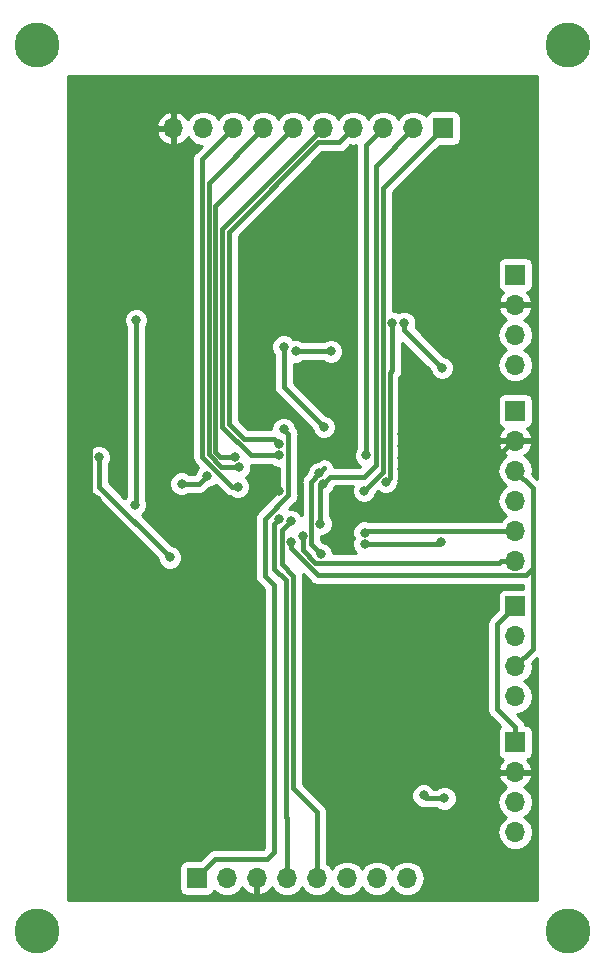
<source format=gbr>
G04 #@! TF.GenerationSoftware,KiCad,Pcbnew,(5.0.0)*
G04 #@! TF.CreationDate,2018-10-11T21:50:58+05:00*
G04 #@! TF.ProjectId,Dev Board,44657620426F6172642E6B696361645F,rev?*
G04 #@! TF.SameCoordinates,Original*
G04 #@! TF.FileFunction,Copper,L2,Bot,Signal*
G04 #@! TF.FilePolarity,Positive*
%FSLAX46Y46*%
G04 Gerber Fmt 4.6, Leading zero omitted, Abs format (unit mm)*
G04 Created by KiCad (PCBNEW (5.0.0)) date 10/11/18 21:50:58*
%MOMM*%
%LPD*%
G01*
G04 APERTURE LIST*
G04 #@! TA.AperFunction,ComponentPad*
%ADD10C,3.800000*%
G04 #@! TD*
G04 #@! TA.AperFunction,ComponentPad*
%ADD11R,1.700000X1.700000*%
G04 #@! TD*
G04 #@! TA.AperFunction,ComponentPad*
%ADD12O,1.700000X1.700000*%
G04 #@! TD*
G04 #@! TA.AperFunction,ViaPad*
%ADD13C,0.800000*%
G04 #@! TD*
G04 #@! TA.AperFunction,Conductor*
%ADD14C,0.457200*%
G04 #@! TD*
G04 #@! TA.AperFunction,Conductor*
%ADD15C,0.406400*%
G04 #@! TD*
G04 #@! TA.AperFunction,Conductor*
%ADD16C,0.254000*%
G04 #@! TD*
G04 APERTURE END LIST*
D10*
G04 #@! TO.P,,1*
G04 #@! TO.N,N/C*
X174500000Y-149900000D03*
G04 #@! TD*
G04 #@! TO.P,,1*
G04 #@! TO.N,N/C*
X174500000Y-74900000D03*
G04 #@! TD*
G04 #@! TO.P,,1*
G04 #@! TO.N,N/C*
X129500000Y-74900000D03*
G04 #@! TD*
G04 #@! TO.P,,1*
G04 #@! TO.N,N/C*
X129500000Y-149900000D03*
G04 #@! TD*
D11*
G04 #@! TO.P,J1,1*
G04 #@! TO.N,/~MCLR~*
X143050000Y-145400000D03*
D12*
G04 #@! TO.P,J1,2*
G04 #@! TO.N,VCC*
X145590000Y-145400000D03*
G04 #@! TO.P,J1,3*
G04 #@! TO.N,GND*
X148130000Y-145400000D03*
G04 #@! TO.P,J1,4*
G04 #@! TO.N,/PGD*
X150670000Y-145400000D03*
G04 #@! TO.P,J1,5*
G04 #@! TO.N,/PGC*
X153210000Y-145400000D03*
G04 #@! TO.P,J1,6*
G04 #@! TO.N,Net-(J1-Pad6)*
X155750000Y-145400000D03*
G04 #@! TO.P,J1,7*
G04 #@! TO.N,Net-(J1-Pad7)*
X158290000Y-145400000D03*
G04 #@! TO.P,J1,8*
G04 #@! TO.N,Net-(J1-Pad8)*
X160830000Y-145400000D03*
G04 #@! TD*
G04 #@! TO.P,J2,4*
G04 #@! TO.N,/SDA_SDI*
X170000000Y-130020000D03*
G04 #@! TO.P,J2,3*
G04 #@! TO.N,/SCL_SCK*
X170000000Y-127480000D03*
G04 #@! TO.P,J2,2*
G04 #@! TO.N,GND*
X170000000Y-124940000D03*
D11*
G04 #@! TO.P,J2,1*
G04 #@! TO.N,VCC*
X170000000Y-122400000D03*
G04 #@! TD*
G04 #@! TO.P,J3,1*
G04 #@! TO.N,VCC*
X170000000Y-133900000D03*
D12*
G04 #@! TO.P,J3,2*
G04 #@! TO.N,GND*
X170000000Y-136440000D03*
G04 #@! TO.P,J3,3*
G04 #@! TO.N,/TX1*
X170000000Y-138980000D03*
G04 #@! TO.P,J3,4*
G04 #@! TO.N,/RX1*
X170000000Y-141520000D03*
G04 #@! TD*
D11*
G04 #@! TO.P,J4,1*
G04 #@! TO.N,VCC*
X170000000Y-105820000D03*
D12*
G04 #@! TO.P,J4,2*
G04 #@! TO.N,GND*
X170000000Y-108360000D03*
G04 #@! TO.P,J4,3*
G04 #@! TO.N,/SCL_SCK*
X170000000Y-110900000D03*
G04 #@! TO.P,J4,4*
G04 #@! TO.N,/SDA_SDI*
X170000000Y-113440000D03*
G04 #@! TO.P,J4,5*
G04 #@! TO.N,/SDO*
X170000000Y-115980000D03*
G04 #@! TO.P,J4,6*
G04 #@! TO.N,/~SS~*
X170000000Y-118520000D03*
G04 #@! TD*
D11*
G04 #@! TO.P,J5,1*
G04 #@! TO.N,+12V*
X170000000Y-94320000D03*
D12*
G04 #@! TO.P,J5,2*
G04 #@! TO.N,GND*
X170000000Y-96860000D03*
G04 #@! TO.P,J5,3*
G04 #@! TO.N,/CAN_H*
X170000000Y-99400000D03*
G04 #@! TO.P,J5,4*
G04 #@! TO.N,/CAN_L*
X170000000Y-101940000D03*
G04 #@! TD*
D11*
G04 #@! TO.P,J6,1*
G04 #@! TO.N,/LED_RB0*
X163910000Y-81900000D03*
D12*
G04 #@! TO.P,J6,2*
G04 #@! TO.N,/LED_RB1*
X161370000Y-81900000D03*
G04 #@! TO.P,J6,3*
G04 #@! TO.N,/LED_RB4*
X158830000Y-81900000D03*
G04 #@! TO.P,J6,4*
G04 #@! TO.N,/AN0*
X156290000Y-81900000D03*
G04 #@! TO.P,J6,5*
G04 #@! TO.N,/AN1*
X153750000Y-81900000D03*
G04 #@! TO.P,J6,6*
G04 #@! TO.N,/AN2*
X151210000Y-81900000D03*
G04 #@! TO.P,J6,7*
G04 #@! TO.N,/AN3*
X148670000Y-81900000D03*
G04 #@! TO.P,J6,8*
G04 #@! TO.N,/AN4*
X146130000Y-81900000D03*
G04 #@! TO.P,J6,9*
G04 #@! TO.N,VCC*
X143590000Y-81900000D03*
G04 #@! TO.P,J6,10*
G04 #@! TO.N,GND*
X141050000Y-81900000D03*
G04 #@! TD*
D13*
G04 #@! TO.N,VCC*
X137900000Y-98150000D03*
X137800000Y-113800000D03*
X160600000Y-98400000D03*
X163800000Y-102200000D03*
G04 #@! TO.N,GND*
X134600000Y-107200000D03*
X134600000Y-113400000D03*
X163600000Y-114600000D03*
X132600000Y-102400000D03*
X134000000Y-102400000D03*
X139200000Y-102600000D03*
X147400000Y-96800000D03*
X150200000Y-89600000D03*
X150000000Y-112600000D03*
X163400000Y-100200000D03*
X164400000Y-100200000D03*
X167000000Y-100200000D03*
X168000000Y-100200000D03*
X162000000Y-98600000D03*
X163000000Y-98600000D03*
X164000000Y-98600000D03*
X162400000Y-111800000D03*
X161400000Y-111800000D03*
X160400000Y-111800000D03*
X160400000Y-109800000D03*
X160400000Y-110800000D03*
X161400000Y-109800000D03*
X162400000Y-109800000D03*
X161400000Y-110800000D03*
X162400000Y-110800000D03*
X162400000Y-107800000D03*
X161400000Y-108800000D03*
X162400000Y-108800000D03*
X161400000Y-107800000D03*
X160400000Y-108800000D03*
X160400000Y-107800000D03*
X142200000Y-85600000D03*
X163400000Y-107800000D03*
X164400000Y-107800000D03*
X165400000Y-107800000D03*
X163400000Y-108800000D03*
X164400000Y-108800000D03*
X165400000Y-108800000D03*
X163400000Y-109800000D03*
X164400000Y-109800000D03*
X163400000Y-110800000D03*
X166400000Y-107800000D03*
X166400000Y-106800000D03*
X165400000Y-106800000D03*
X164400000Y-106800000D03*
X167000000Y-102400000D03*
X168000000Y-102400000D03*
G04 #@! TO.N,/OSC2*
X140750000Y-118250000D03*
X134750000Y-109750000D03*
G04 #@! TO.N,/LED_RB0*
X157200000Y-112600000D03*
G04 #@! TO.N,/LED_RB1*
X153505600Y-115400000D03*
X153704998Y-112002136D03*
G04 #@! TO.N,/LED_RB4*
X153554428Y-117954428D03*
X153421055Y-111093045D03*
X157400000Y-109600000D03*
G04 #@! TO.N,/~MCLR~*
X150400000Y-107400000D03*
G04 #@! TO.N,/PGD*
X150000000Y-115000000D03*
G04 #@! TO.N,/PGC*
X151000000Y-115200000D03*
G04 #@! TO.N,/SDA_SDI*
X157250000Y-117102403D03*
X163750000Y-116900000D03*
G04 #@! TO.N,/SCL_SCK*
X151000000Y-116900000D03*
G04 #@! TO.N,/TX1*
X164000000Y-138650000D03*
X162238799Y-138400000D03*
G04 #@! TO.N,/SDO*
X157250000Y-116150000D03*
G04 #@! TO.N,/~SS~*
X151994400Y-116400000D03*
G04 #@! TO.N,Net-(R1-Pad1)*
X151400000Y-100800000D03*
X154400000Y-100800000D03*
G04 #@! TO.N,/CAN_TXD*
X159034290Y-111834290D03*
X159600000Y-98400000D03*
G04 #@! TO.N,/CAN_RXD*
X153800000Y-107200000D03*
X150400000Y-100400000D03*
G04 #@! TO.N,Net-(C13-Pad1)*
X141750000Y-112000000D03*
X143909290Y-111340710D03*
G04 #@! TO.N,/AN0*
X150000000Y-108647597D03*
G04 #@! TO.N,/AN1*
X150000000Y-109600000D03*
G04 #@! TO.N,/AN2*
X146279419Y-109702422D03*
G04 #@! TO.N,/AN3*
X146637092Y-110585110D03*
G04 #@! TO.N,/AN4*
X146500000Y-112250000D03*
G04 #@! TD*
D14*
G04 #@! TO.N,VCC*
X170000000Y-132592800D02*
X168500000Y-131092800D01*
X170000000Y-133900000D02*
X170000000Y-132592800D01*
X168500000Y-131092800D02*
X168500000Y-123900000D01*
X168500000Y-123900000D02*
X170000000Y-122400000D01*
X137900000Y-98150000D02*
X137900000Y-113700000D01*
X137900000Y-113700000D02*
X137800000Y-113800000D01*
X160600000Y-98400000D02*
X160600000Y-99000000D01*
X160600000Y-99000000D02*
X163800000Y-102200000D01*
G04 #@! TO.N,GND*
X142200000Y-85600000D02*
X141600000Y-85600000D01*
X141050000Y-85050000D02*
X141050000Y-81900000D01*
X141600000Y-85600000D02*
X141050000Y-85050000D01*
X133968999Y-112768999D02*
X134600000Y-113400000D01*
X134600000Y-107200000D02*
X133968999Y-107831001D01*
X133968999Y-107831001D02*
X133968999Y-112768999D01*
X169840000Y-108360000D02*
X170000000Y-108360000D01*
X163600000Y-114600000D02*
X169840000Y-108360000D01*
X147400000Y-96800000D02*
X150200000Y-94000000D01*
X150200000Y-94000000D02*
X150200000Y-89600000D01*
D15*
G04 #@! TO.N,/OSC2*
X140750000Y-118250000D02*
X134750000Y-112250000D01*
X134750000Y-112250000D02*
X134750000Y-109750000D01*
G04 #@! TO.N,/LED_RB0*
X157200000Y-112600000D02*
X158800000Y-111000000D01*
X158800000Y-111000000D02*
X158800000Y-94800000D01*
X158800000Y-94800000D02*
X158800000Y-94600000D01*
X162694399Y-83105601D02*
X158800000Y-87000000D01*
X162704399Y-83105601D02*
X162694399Y-83105601D01*
X163910000Y-81900000D02*
X162704399Y-83105601D01*
X158800000Y-94600000D02*
X158800000Y-87000000D01*
G04 #@! TO.N,/LED_RB1*
X153505600Y-114834315D02*
X153500000Y-114828715D01*
X153505600Y-115400000D02*
X153505600Y-114834315D01*
X153500000Y-114828715D02*
X153500000Y-112400000D01*
X153500000Y-112400000D02*
X153500000Y-112207134D01*
X153500000Y-112207134D02*
X153704998Y-112002136D01*
X154307134Y-111400000D02*
X153704998Y-112002136D01*
X157200000Y-111400000D02*
X154307134Y-111400000D01*
X158200000Y-110400000D02*
X157200000Y-111400000D01*
X161370000Y-81900000D02*
X158200000Y-85070000D01*
X158200000Y-85070000D02*
X158200000Y-110400000D01*
G04 #@! TO.N,/LED_RB4*
X153554428Y-117954428D02*
X152750000Y-117150000D01*
X152750000Y-117150000D02*
X152750000Y-111838844D01*
X153438844Y-111110834D02*
X153421055Y-111093045D01*
X153438844Y-111150000D02*
X153438844Y-111110834D01*
X152750000Y-111838844D02*
X153421055Y-111093045D01*
X157400000Y-83330000D02*
X158830000Y-81900000D01*
X153421055Y-111093045D02*
X153821054Y-110693046D01*
X157400000Y-109600000D02*
X157400000Y-83330000D01*
G04 #@! TO.N,/~MCLR~*
X143050000Y-145400000D02*
X143050000Y-145350000D01*
X143050000Y-145350000D02*
X144200000Y-144200000D01*
X144600000Y-143800000D02*
X149000000Y-143800000D01*
X144200000Y-144200000D02*
X144600000Y-143800000D01*
X149000000Y-143800000D02*
X149600000Y-143200000D01*
X149600000Y-143200000D02*
X149600000Y-120600000D01*
X149600000Y-120600000D02*
X149000000Y-120000000D01*
X149000000Y-120000000D02*
X148800000Y-119800000D01*
X148800000Y-119800000D02*
X148800000Y-118800000D01*
X148800000Y-118800000D02*
X148800000Y-115000000D01*
X148800000Y-115000000D02*
X150800000Y-113000000D01*
X150800000Y-113000000D02*
X150800000Y-111400000D01*
X150800000Y-111400000D02*
X150800000Y-108400000D01*
X150800000Y-108400000D02*
X150800000Y-108329307D01*
X150800000Y-108329307D02*
X150800000Y-107800000D01*
X150800000Y-107800000D02*
X150400000Y-107400000D01*
G04 #@! TO.N,/PGD*
X149600001Y-115399999D02*
X150000000Y-115000000D01*
X149600000Y-119200000D02*
X149600001Y-115399999D01*
X150600000Y-120200000D02*
X149600000Y-119200000D01*
X150600000Y-140200000D02*
X150600000Y-134600000D01*
X150670000Y-145400000D02*
X150670000Y-140270000D01*
X150670000Y-140270000D02*
X150600000Y-140200000D01*
X150600000Y-134600000D02*
X150600000Y-131800000D01*
X150600000Y-131800000D02*
X150600000Y-120200000D01*
G04 #@! TO.N,/PGC*
X153210000Y-139810000D02*
X153210000Y-145400000D01*
X151200000Y-137800000D02*
X153210000Y-139810000D01*
X151200000Y-119800000D02*
X151200000Y-137800000D01*
X150244399Y-118844399D02*
X151200000Y-119800000D01*
X151000000Y-115200000D02*
X150244399Y-115955601D01*
X150244399Y-115955601D02*
X150244399Y-118844399D01*
G04 #@! TO.N,/SDA_SDI*
X157250000Y-117102403D02*
X163547597Y-117102403D01*
X163547597Y-117102403D02*
X163750000Y-116900000D01*
G04 #@! TO.N,/SCL_SCK*
X171500000Y-112400000D02*
X170000000Y-110900000D01*
X171500000Y-119150000D02*
X171500000Y-112400000D01*
X170924399Y-119725601D02*
X171500000Y-119150000D01*
X153285325Y-119725601D02*
X170924399Y-119725601D01*
X151000000Y-116900000D02*
X151000000Y-117440276D01*
X151000000Y-117440276D02*
X153285325Y-119725601D01*
X171500000Y-119150000D02*
X171500000Y-125980000D01*
X171500000Y-125980000D02*
X170000000Y-127480000D01*
G04 #@! TO.N,/TX1*
X164000000Y-138650000D02*
X162488799Y-138650000D01*
X162488799Y-138650000D02*
X162238799Y-138400000D01*
G04 #@! TO.N,/SDO*
X170000000Y-115980000D02*
X157420000Y-115980000D01*
X157420000Y-115980000D02*
X157250000Y-116150000D01*
G04 #@! TO.N,/~SS~*
X168607890Y-118710029D02*
X153060029Y-118710029D01*
X170000000Y-118520000D02*
X168797919Y-118520000D01*
X168797919Y-118520000D02*
X168607890Y-118710029D01*
X153060029Y-118710029D02*
X151994400Y-117644400D01*
X151994400Y-117644400D02*
X151994400Y-116400000D01*
G04 #@! TO.N,Net-(R1-Pad1)*
X151400000Y-100800000D02*
X154400000Y-100800000D01*
G04 #@! TO.N,/CAN_TXD*
X159358810Y-102641190D02*
X159358810Y-111509770D01*
X159358810Y-111509770D02*
X159034290Y-111834290D01*
X159600000Y-102400000D02*
X159358810Y-102641190D01*
X159600000Y-98400000D02*
X159600000Y-102400000D01*
G04 #@! TO.N,/CAN_RXD*
X153800000Y-107200000D02*
X150400000Y-103800000D01*
X150400000Y-103800000D02*
X150400000Y-100400000D01*
G04 #@! TO.N,Net-(C13-Pad1)*
X141750000Y-112000000D02*
X143250000Y-112000000D01*
X143250000Y-112000000D02*
X143909290Y-111340710D01*
G04 #@! TO.N,/AN0*
X147047598Y-108247598D02*
X145735240Y-106935240D01*
X150000000Y-108647597D02*
X149600001Y-108247598D01*
X149600001Y-108247598D02*
X147047598Y-108247598D01*
X145735240Y-106935240D02*
X145735240Y-90705036D01*
X155440001Y-82749999D02*
X156290000Y-81900000D01*
X155084399Y-83105601D02*
X155440001Y-82749999D01*
X153334675Y-83105601D02*
X155084399Y-83105601D01*
X145735240Y-90705036D02*
X153334675Y-83105601D01*
G04 #@! TO.N,/AN1*
X150000000Y-109600000D02*
X147600000Y-109600000D01*
X145176430Y-90473570D02*
X145176430Y-90600000D01*
X153750000Y-81900000D02*
X145176430Y-90473570D01*
X145176430Y-107176430D02*
X145176430Y-107000000D01*
X147600000Y-109600000D02*
X145176430Y-107176430D01*
X145176430Y-107000000D02*
X145176430Y-90600000D01*
G04 #@! TO.N,/AN2*
X151210000Y-81900000D02*
X144617620Y-88492380D01*
X144617620Y-88492380D02*
X144617620Y-109287068D01*
X144617620Y-109287068D02*
X145032974Y-109702422D01*
X145032974Y-109702422D02*
X146279419Y-109702422D01*
G04 #@! TO.N,/AN3*
X146637092Y-110585110D02*
X145125386Y-110585110D01*
X145125386Y-110585110D02*
X144058810Y-109518534D01*
X144058810Y-86511190D02*
X144058810Y-86800000D01*
X148670000Y-81900000D02*
X144058810Y-86511190D01*
X144058810Y-109518534D02*
X144058810Y-86800000D01*
G04 #@! TO.N,/AN4*
X146130000Y-81900000D02*
X143500000Y-84530000D01*
X143500000Y-84530000D02*
X143500000Y-109750000D01*
X143500000Y-109750000D02*
X146000000Y-112250000D01*
X146000000Y-112250000D02*
X146500000Y-112250000D01*
G04 #@! TD*
D16*
G04 #@! TO.N,GND*
G36*
X171873000Y-111587606D02*
X171459558Y-111174164D01*
X171514092Y-110900000D01*
X171398839Y-110320582D01*
X171070625Y-109829375D01*
X170751522Y-109616157D01*
X170881358Y-109555183D01*
X171271645Y-109126924D01*
X171441476Y-108716890D01*
X171320155Y-108487000D01*
X170127000Y-108487000D01*
X170127000Y-108507000D01*
X169873000Y-108507000D01*
X169873000Y-108487000D01*
X168679845Y-108487000D01*
X168558524Y-108716890D01*
X168728355Y-109126924D01*
X169118642Y-109555183D01*
X169248478Y-109616157D01*
X168929375Y-109829375D01*
X168601161Y-110320582D01*
X168485908Y-110900000D01*
X168601161Y-111479418D01*
X168929375Y-111970625D01*
X169227761Y-112170000D01*
X168929375Y-112369375D01*
X168601161Y-112860582D01*
X168485908Y-113440000D01*
X168601161Y-114019418D01*
X168929375Y-114510625D01*
X169227761Y-114710000D01*
X168929375Y-114909375D01*
X168774074Y-115141800D01*
X157520575Y-115141800D01*
X157455874Y-115115000D01*
X157044126Y-115115000D01*
X156663720Y-115272569D01*
X156372569Y-115563720D01*
X156215000Y-115944126D01*
X156215000Y-116355874D01*
X156326973Y-116626201D01*
X156215000Y-116896529D01*
X156215000Y-117308277D01*
X156372569Y-117688683D01*
X156555715Y-117871829D01*
X154589428Y-117871829D01*
X154589428Y-117748554D01*
X154431859Y-117368148D01*
X154140708Y-117076997D01*
X153760302Y-116919428D01*
X153704821Y-116919428D01*
X153588200Y-116802807D01*
X153588200Y-116435000D01*
X153711474Y-116435000D01*
X154091880Y-116277431D01*
X154383031Y-115986280D01*
X154540600Y-115605874D01*
X154540600Y-115194126D01*
X154383031Y-114813720D01*
X154349442Y-114780131D01*
X154343800Y-114751765D01*
X154343800Y-114751761D01*
X154338200Y-114723608D01*
X154338200Y-112832645D01*
X154582429Y-112588416D01*
X154727493Y-112238200D01*
X156229587Y-112238200D01*
X156165000Y-112394126D01*
X156165000Y-112805874D01*
X156322569Y-113186280D01*
X156613720Y-113477431D01*
X156994126Y-113635000D01*
X157405874Y-113635000D01*
X157786280Y-113477431D01*
X158077431Y-113186280D01*
X158235000Y-112805874D01*
X158235000Y-112750393D01*
X158360841Y-112624552D01*
X158448010Y-112711721D01*
X158828416Y-112869290D01*
X159240164Y-112869290D01*
X159620570Y-112711721D01*
X159911721Y-112420570D01*
X160069290Y-112040164D01*
X160069290Y-111955181D01*
X160148377Y-111836819D01*
X160197010Y-111592324D01*
X160197010Y-111592320D01*
X160213430Y-111509770D01*
X160197010Y-111427220D01*
X160197010Y-104970000D01*
X168502560Y-104970000D01*
X168502560Y-106670000D01*
X168551843Y-106917765D01*
X168692191Y-107127809D01*
X168902235Y-107268157D01*
X169005708Y-107288739D01*
X168728355Y-107593076D01*
X168558524Y-108003110D01*
X168679845Y-108233000D01*
X169873000Y-108233000D01*
X169873000Y-108213000D01*
X170127000Y-108213000D01*
X170127000Y-108233000D01*
X171320155Y-108233000D01*
X171441476Y-108003110D01*
X171271645Y-107593076D01*
X170994292Y-107288739D01*
X171097765Y-107268157D01*
X171307809Y-107127809D01*
X171448157Y-106917765D01*
X171497440Y-106670000D01*
X171497440Y-104970000D01*
X171448157Y-104722235D01*
X171307809Y-104512191D01*
X171097765Y-104371843D01*
X170850000Y-104322560D01*
X169150000Y-104322560D01*
X168902235Y-104371843D01*
X168692191Y-104512191D01*
X168551843Y-104722235D01*
X168502560Y-104970000D01*
X160197010Y-104970000D01*
X160197010Y-103009184D01*
X160204308Y-103004308D01*
X160389567Y-102727049D01*
X160438200Y-102482554D01*
X160438200Y-102482550D01*
X160454620Y-102400001D01*
X160438200Y-102317452D01*
X160438200Y-100059513D01*
X162765000Y-102386315D01*
X162765000Y-102405874D01*
X162922569Y-102786280D01*
X163213720Y-103077431D01*
X163594126Y-103235000D01*
X164005874Y-103235000D01*
X164386280Y-103077431D01*
X164677431Y-102786280D01*
X164835000Y-102405874D01*
X164835000Y-101994126D01*
X164677431Y-101613720D01*
X164386280Y-101322569D01*
X164005874Y-101165000D01*
X163986315Y-101165000D01*
X162221314Y-99400000D01*
X168485908Y-99400000D01*
X168601161Y-99979418D01*
X168929375Y-100470625D01*
X169227761Y-100670000D01*
X168929375Y-100869375D01*
X168601161Y-101360582D01*
X168485908Y-101940000D01*
X168601161Y-102519418D01*
X168929375Y-103010625D01*
X169420582Y-103338839D01*
X169853744Y-103425000D01*
X170146256Y-103425000D01*
X170579418Y-103338839D01*
X171070625Y-103010625D01*
X171398839Y-102519418D01*
X171514092Y-101940000D01*
X171398839Y-101360582D01*
X171070625Y-100869375D01*
X170772239Y-100670000D01*
X171070625Y-100470625D01*
X171398839Y-99979418D01*
X171514092Y-99400000D01*
X171398839Y-98820582D01*
X171070625Y-98329375D01*
X170751522Y-98116157D01*
X170881358Y-98055183D01*
X171271645Y-97626924D01*
X171441476Y-97216890D01*
X171320155Y-96987000D01*
X170127000Y-96987000D01*
X170127000Y-97007000D01*
X169873000Y-97007000D01*
X169873000Y-96987000D01*
X168679845Y-96987000D01*
X168558524Y-97216890D01*
X168728355Y-97626924D01*
X169118642Y-98055183D01*
X169248478Y-98116157D01*
X168929375Y-98329375D01*
X168601161Y-98820582D01*
X168485908Y-99400000D01*
X162221314Y-99400000D01*
X161574133Y-98752820D01*
X161635000Y-98605874D01*
X161635000Y-98194126D01*
X161477431Y-97813720D01*
X161186280Y-97522569D01*
X160805874Y-97365000D01*
X160394126Y-97365000D01*
X160100000Y-97486831D01*
X159805874Y-97365000D01*
X159638200Y-97365000D01*
X159638200Y-93470000D01*
X168502560Y-93470000D01*
X168502560Y-95170000D01*
X168551843Y-95417765D01*
X168692191Y-95627809D01*
X168902235Y-95768157D01*
X169005708Y-95788739D01*
X168728355Y-96093076D01*
X168558524Y-96503110D01*
X168679845Y-96733000D01*
X169873000Y-96733000D01*
X169873000Y-96713000D01*
X170127000Y-96713000D01*
X170127000Y-96733000D01*
X171320155Y-96733000D01*
X171441476Y-96503110D01*
X171271645Y-96093076D01*
X170994292Y-95788739D01*
X171097765Y-95768157D01*
X171307809Y-95627809D01*
X171448157Y-95417765D01*
X171497440Y-95170000D01*
X171497440Y-93470000D01*
X171448157Y-93222235D01*
X171307809Y-93012191D01*
X171097765Y-92871843D01*
X170850000Y-92822560D01*
X169150000Y-92822560D01*
X168902235Y-92871843D01*
X168692191Y-93012191D01*
X168551843Y-93222235D01*
X168502560Y-93470000D01*
X159638200Y-93470000D01*
X159638200Y-87347193D01*
X163208586Y-83776808D01*
X163308707Y-83709909D01*
X163355471Y-83639922D01*
X163597953Y-83397440D01*
X164760000Y-83397440D01*
X165007765Y-83348157D01*
X165217809Y-83207809D01*
X165358157Y-82997765D01*
X165407440Y-82750000D01*
X165407440Y-81050000D01*
X165358157Y-80802235D01*
X165217809Y-80592191D01*
X165007765Y-80451843D01*
X164760000Y-80402560D01*
X163060000Y-80402560D01*
X162812235Y-80451843D01*
X162602191Y-80592191D01*
X162461843Y-80802235D01*
X162452816Y-80847619D01*
X162440625Y-80829375D01*
X161949418Y-80501161D01*
X161516256Y-80415000D01*
X161223744Y-80415000D01*
X160790582Y-80501161D01*
X160299375Y-80829375D01*
X160100000Y-81127761D01*
X159900625Y-80829375D01*
X159409418Y-80501161D01*
X158976256Y-80415000D01*
X158683744Y-80415000D01*
X158250582Y-80501161D01*
X157759375Y-80829375D01*
X157560000Y-81127761D01*
X157360625Y-80829375D01*
X156869418Y-80501161D01*
X156436256Y-80415000D01*
X156143744Y-80415000D01*
X155710582Y-80501161D01*
X155219375Y-80829375D01*
X155020000Y-81127761D01*
X154820625Y-80829375D01*
X154329418Y-80501161D01*
X153896256Y-80415000D01*
X153603744Y-80415000D01*
X153170582Y-80501161D01*
X152679375Y-80829375D01*
X152480000Y-81127761D01*
X152280625Y-80829375D01*
X151789418Y-80501161D01*
X151356256Y-80415000D01*
X151063744Y-80415000D01*
X150630582Y-80501161D01*
X150139375Y-80829375D01*
X149940000Y-81127761D01*
X149740625Y-80829375D01*
X149249418Y-80501161D01*
X148816256Y-80415000D01*
X148523744Y-80415000D01*
X148090582Y-80501161D01*
X147599375Y-80829375D01*
X147400000Y-81127761D01*
X147200625Y-80829375D01*
X146709418Y-80501161D01*
X146276256Y-80415000D01*
X145983744Y-80415000D01*
X145550582Y-80501161D01*
X145059375Y-80829375D01*
X144860000Y-81127761D01*
X144660625Y-80829375D01*
X144169418Y-80501161D01*
X143736256Y-80415000D01*
X143443744Y-80415000D01*
X143010582Y-80501161D01*
X142519375Y-80829375D01*
X142306157Y-81148478D01*
X142245183Y-81018642D01*
X141816924Y-80628355D01*
X141406890Y-80458524D01*
X141177000Y-80579845D01*
X141177000Y-81773000D01*
X141197000Y-81773000D01*
X141197000Y-82027000D01*
X141177000Y-82027000D01*
X141177000Y-83220155D01*
X141406890Y-83341476D01*
X141816924Y-83171645D01*
X142245183Y-82781358D01*
X142306157Y-82651522D01*
X142519375Y-82970625D01*
X143010582Y-83298839D01*
X143443744Y-83385000D01*
X143459607Y-83385000D01*
X142965679Y-83878928D01*
X142895692Y-83925692D01*
X142710433Y-84202952D01*
X142661800Y-84447447D01*
X142661800Y-84447451D01*
X142645380Y-84530000D01*
X142661800Y-84612549D01*
X142661801Y-109667446D01*
X142645380Y-109750000D01*
X142710434Y-110077049D01*
X142848929Y-110284322D01*
X142848931Y-110284324D01*
X142895693Y-110354308D01*
X142965677Y-110401070D01*
X143175448Y-110610841D01*
X143031859Y-110754430D01*
X142874290Y-111134836D01*
X142874290Y-111161800D01*
X142375511Y-111161800D01*
X142336280Y-111122569D01*
X141955874Y-110965000D01*
X141544126Y-110965000D01*
X141163720Y-111122569D01*
X140872569Y-111413720D01*
X140715000Y-111794126D01*
X140715000Y-112205874D01*
X140872569Y-112586280D01*
X141163720Y-112877431D01*
X141544126Y-113035000D01*
X141955874Y-113035000D01*
X142336280Y-112877431D01*
X142375511Y-112838200D01*
X143167451Y-112838200D01*
X143250000Y-112854620D01*
X143332549Y-112838200D01*
X143332554Y-112838200D01*
X143577049Y-112789567D01*
X143854308Y-112604308D01*
X143901071Y-112534322D01*
X144059683Y-112375710D01*
X144115164Y-112375710D01*
X144495570Y-112218141D01*
X144639159Y-112074552D01*
X145348930Y-112784324D01*
X145395692Y-112854308D01*
X145465676Y-112901070D01*
X145465677Y-112901071D01*
X145504556Y-112927049D01*
X145672951Y-113039567D01*
X145863823Y-113077534D01*
X145913720Y-113127431D01*
X146294126Y-113285000D01*
X146705874Y-113285000D01*
X147086280Y-113127431D01*
X147377431Y-112836280D01*
X147535000Y-112455874D01*
X147535000Y-112044126D01*
X147377431Y-111663720D01*
X147190053Y-111476342D01*
X147223372Y-111462541D01*
X147514523Y-111171390D01*
X147672092Y-110790984D01*
X147672092Y-110440280D01*
X147682550Y-110438200D01*
X149374489Y-110438200D01*
X149413720Y-110477431D01*
X149794126Y-110635000D01*
X149961800Y-110635000D01*
X149961800Y-111482553D01*
X149961801Y-111482558D01*
X149961800Y-112652806D01*
X148265677Y-114348930D01*
X148195693Y-114395692D01*
X148148931Y-114465676D01*
X148148929Y-114465678D01*
X148010434Y-114672951D01*
X147945380Y-115000000D01*
X147961801Y-115082554D01*
X147961800Y-118882553D01*
X147961801Y-118882557D01*
X147961800Y-119717450D01*
X147945380Y-119800000D01*
X147961800Y-119882549D01*
X147961800Y-119882553D01*
X148010433Y-120127048D01*
X148195692Y-120404308D01*
X148265678Y-120451071D01*
X148348929Y-120534322D01*
X148761801Y-120947195D01*
X148761800Y-142852806D01*
X148652807Y-142961800D01*
X144682548Y-142961800D01*
X144599999Y-142945380D01*
X144517450Y-142961800D01*
X144517446Y-142961800D01*
X144272951Y-143010433D01*
X143995692Y-143195692D01*
X143948929Y-143265678D01*
X143665680Y-143548927D01*
X143665677Y-143548929D01*
X143312046Y-143902560D01*
X142200000Y-143902560D01*
X141952235Y-143951843D01*
X141742191Y-144092191D01*
X141601843Y-144302235D01*
X141552560Y-144550000D01*
X141552560Y-146250000D01*
X141601843Y-146497765D01*
X141742191Y-146707809D01*
X141952235Y-146848157D01*
X142200000Y-146897440D01*
X143900000Y-146897440D01*
X144147765Y-146848157D01*
X144357809Y-146707809D01*
X144498157Y-146497765D01*
X144507184Y-146452381D01*
X144519375Y-146470625D01*
X145010582Y-146798839D01*
X145443744Y-146885000D01*
X145736256Y-146885000D01*
X146169418Y-146798839D01*
X146660625Y-146470625D01*
X146873843Y-146151522D01*
X146934817Y-146281358D01*
X147363076Y-146671645D01*
X147773110Y-146841476D01*
X148003000Y-146720155D01*
X148003000Y-145527000D01*
X147983000Y-145527000D01*
X147983000Y-145273000D01*
X148003000Y-145273000D01*
X148003000Y-145253000D01*
X148257000Y-145253000D01*
X148257000Y-145273000D01*
X148277000Y-145273000D01*
X148277000Y-145527000D01*
X148257000Y-145527000D01*
X148257000Y-146720155D01*
X148486890Y-146841476D01*
X148896924Y-146671645D01*
X149325183Y-146281358D01*
X149386157Y-146151522D01*
X149599375Y-146470625D01*
X150090582Y-146798839D01*
X150523744Y-146885000D01*
X150816256Y-146885000D01*
X151249418Y-146798839D01*
X151740625Y-146470625D01*
X151940000Y-146172239D01*
X152139375Y-146470625D01*
X152630582Y-146798839D01*
X153063744Y-146885000D01*
X153356256Y-146885000D01*
X153789418Y-146798839D01*
X154280625Y-146470625D01*
X154480000Y-146172239D01*
X154679375Y-146470625D01*
X155170582Y-146798839D01*
X155603744Y-146885000D01*
X155896256Y-146885000D01*
X156329418Y-146798839D01*
X156820625Y-146470625D01*
X157020000Y-146172239D01*
X157219375Y-146470625D01*
X157710582Y-146798839D01*
X158143744Y-146885000D01*
X158436256Y-146885000D01*
X158869418Y-146798839D01*
X159360625Y-146470625D01*
X159560000Y-146172239D01*
X159759375Y-146470625D01*
X160250582Y-146798839D01*
X160683744Y-146885000D01*
X160976256Y-146885000D01*
X161409418Y-146798839D01*
X161900625Y-146470625D01*
X162228839Y-145979418D01*
X162344092Y-145400000D01*
X162228839Y-144820582D01*
X161900625Y-144329375D01*
X161409418Y-144001161D01*
X160976256Y-143915000D01*
X160683744Y-143915000D01*
X160250582Y-144001161D01*
X159759375Y-144329375D01*
X159560000Y-144627761D01*
X159360625Y-144329375D01*
X158869418Y-144001161D01*
X158436256Y-143915000D01*
X158143744Y-143915000D01*
X157710582Y-144001161D01*
X157219375Y-144329375D01*
X157020000Y-144627761D01*
X156820625Y-144329375D01*
X156329418Y-144001161D01*
X155896256Y-143915000D01*
X155603744Y-143915000D01*
X155170582Y-144001161D01*
X154679375Y-144329375D01*
X154480000Y-144627761D01*
X154280625Y-144329375D01*
X154048200Y-144174074D01*
X154048200Y-139892548D01*
X154064620Y-139809999D01*
X154048200Y-139727450D01*
X154048200Y-139727446D01*
X153999567Y-139482951D01*
X153907645Y-139345380D01*
X153861071Y-139275677D01*
X153861070Y-139275676D01*
X153814308Y-139205692D01*
X153744325Y-139158931D01*
X152779520Y-138194126D01*
X161203799Y-138194126D01*
X161203799Y-138605874D01*
X161361368Y-138986280D01*
X161652519Y-139277431D01*
X162032925Y-139435000D01*
X162154915Y-139435000D01*
X162161750Y-139439567D01*
X162406245Y-139488200D01*
X162406249Y-139488200D01*
X162488798Y-139504620D01*
X162571347Y-139488200D01*
X163374489Y-139488200D01*
X163413720Y-139527431D01*
X163794126Y-139685000D01*
X164205874Y-139685000D01*
X164586280Y-139527431D01*
X164877431Y-139236280D01*
X164983585Y-138980000D01*
X168485908Y-138980000D01*
X168601161Y-139559418D01*
X168929375Y-140050625D01*
X169227761Y-140250000D01*
X168929375Y-140449375D01*
X168601161Y-140940582D01*
X168485908Y-141520000D01*
X168601161Y-142099418D01*
X168929375Y-142590625D01*
X169420582Y-142918839D01*
X169853744Y-143005000D01*
X170146256Y-143005000D01*
X170579418Y-142918839D01*
X171070625Y-142590625D01*
X171398839Y-142099418D01*
X171514092Y-141520000D01*
X171398839Y-140940582D01*
X171070625Y-140449375D01*
X170772239Y-140250000D01*
X171070625Y-140050625D01*
X171398839Y-139559418D01*
X171514092Y-138980000D01*
X171398839Y-138400582D01*
X171070625Y-137909375D01*
X170751522Y-137696157D01*
X170881358Y-137635183D01*
X171271645Y-137206924D01*
X171441476Y-136796890D01*
X171320155Y-136567000D01*
X170127000Y-136567000D01*
X170127000Y-136587000D01*
X169873000Y-136587000D01*
X169873000Y-136567000D01*
X168679845Y-136567000D01*
X168558524Y-136796890D01*
X168728355Y-137206924D01*
X169118642Y-137635183D01*
X169248478Y-137696157D01*
X168929375Y-137909375D01*
X168601161Y-138400582D01*
X168485908Y-138980000D01*
X164983585Y-138980000D01*
X165035000Y-138855874D01*
X165035000Y-138444126D01*
X164877431Y-138063720D01*
X164586280Y-137772569D01*
X164205874Y-137615000D01*
X163794126Y-137615000D01*
X163413720Y-137772569D01*
X163374489Y-137811800D01*
X163114310Y-137811800D01*
X162825079Y-137522569D01*
X162444673Y-137365000D01*
X162032925Y-137365000D01*
X161652519Y-137522569D01*
X161361368Y-137813720D01*
X161203799Y-138194126D01*
X152779520Y-138194126D01*
X152038200Y-137452807D01*
X152038200Y-119882549D01*
X152054620Y-119800000D01*
X152038200Y-119717451D01*
X152038200Y-119717446D01*
X152024897Y-119650567D01*
X152634255Y-120259925D01*
X152681017Y-120329909D01*
X152751001Y-120376671D01*
X152751002Y-120376672D01*
X152958275Y-120515168D01*
X152969728Y-120517446D01*
X153202771Y-120563801D01*
X153202774Y-120563801D01*
X153285325Y-120580221D01*
X153367875Y-120563801D01*
X170661800Y-120563801D01*
X170661800Y-120902560D01*
X169150000Y-120902560D01*
X168902235Y-120951843D01*
X168692191Y-121092191D01*
X168551843Y-121302235D01*
X168502560Y-121550000D01*
X168502560Y-122676126D01*
X167949486Y-123229200D01*
X167877381Y-123277380D01*
X167829202Y-123349485D01*
X167686507Y-123563041D01*
X167619483Y-123900000D01*
X167636401Y-123985054D01*
X167636400Y-131007751D01*
X167619483Y-131092800D01*
X167636400Y-131177849D01*
X167636400Y-131177852D01*
X167686507Y-131429759D01*
X167877380Y-131715420D01*
X167949488Y-131763602D01*
X168743676Y-132557790D01*
X168692191Y-132592191D01*
X168551843Y-132802235D01*
X168502560Y-133050000D01*
X168502560Y-134750000D01*
X168551843Y-134997765D01*
X168692191Y-135207809D01*
X168902235Y-135348157D01*
X169005708Y-135368739D01*
X168728355Y-135673076D01*
X168558524Y-136083110D01*
X168679845Y-136313000D01*
X169873000Y-136313000D01*
X169873000Y-136293000D01*
X170127000Y-136293000D01*
X170127000Y-136313000D01*
X171320155Y-136313000D01*
X171441476Y-136083110D01*
X171271645Y-135673076D01*
X170994292Y-135368739D01*
X171097765Y-135348157D01*
X171307809Y-135207809D01*
X171448157Y-134997765D01*
X171497440Y-134750000D01*
X171497440Y-133050000D01*
X171448157Y-132802235D01*
X171307809Y-132592191D01*
X171097765Y-132451843D01*
X170850000Y-132402560D01*
X170842677Y-132402560D01*
X170813493Y-132255840D01*
X170622620Y-131970180D01*
X170550517Y-131922002D01*
X170133514Y-131505000D01*
X170146256Y-131505000D01*
X170579418Y-131418839D01*
X171070625Y-131090625D01*
X171398839Y-130599418D01*
X171514092Y-130020000D01*
X171398839Y-129440582D01*
X171070625Y-128949375D01*
X170772239Y-128750000D01*
X171070625Y-128550625D01*
X171398839Y-128059418D01*
X171514092Y-127480000D01*
X171459558Y-127205836D01*
X171873000Y-126792394D01*
X171873000Y-147273000D01*
X132127000Y-147273000D01*
X132127000Y-109544126D01*
X133715000Y-109544126D01*
X133715000Y-109955874D01*
X133872569Y-110336280D01*
X133911801Y-110375512D01*
X133911800Y-112167451D01*
X133895380Y-112250000D01*
X133911800Y-112332549D01*
X133911800Y-112332553D01*
X133960433Y-112577048D01*
X134145692Y-112854308D01*
X134215678Y-112901071D01*
X139715000Y-118400394D01*
X139715000Y-118455874D01*
X139872569Y-118836280D01*
X140163720Y-119127431D01*
X140544126Y-119285000D01*
X140955874Y-119285000D01*
X141336280Y-119127431D01*
X141627431Y-118836280D01*
X141785000Y-118455874D01*
X141785000Y-118044126D01*
X141627431Y-117663720D01*
X141336280Y-117372569D01*
X140955874Y-117215000D01*
X140900394Y-117215000D01*
X138369694Y-114684301D01*
X138386280Y-114677431D01*
X138677431Y-114386280D01*
X138835000Y-114005874D01*
X138835000Y-113594126D01*
X138763600Y-113421751D01*
X138763600Y-98750111D01*
X138777431Y-98736280D01*
X138935000Y-98355874D01*
X138935000Y-97944126D01*
X138777431Y-97563720D01*
X138486280Y-97272569D01*
X138105874Y-97115000D01*
X137694126Y-97115000D01*
X137313720Y-97272569D01*
X137022569Y-97563720D01*
X136865000Y-97944126D01*
X136865000Y-98355874D01*
X137022569Y-98736280D01*
X137036400Y-98750111D01*
X137036401Y-113099888D01*
X136922569Y-113213720D01*
X136915699Y-113230306D01*
X135588200Y-111902807D01*
X135588200Y-110375511D01*
X135627431Y-110336280D01*
X135785000Y-109955874D01*
X135785000Y-109544126D01*
X135627431Y-109163720D01*
X135336280Y-108872569D01*
X134955874Y-108715000D01*
X134544126Y-108715000D01*
X134163720Y-108872569D01*
X133872569Y-109163720D01*
X133715000Y-109544126D01*
X132127000Y-109544126D01*
X132127000Y-82256892D01*
X139608514Y-82256892D01*
X139854817Y-82781358D01*
X140283076Y-83171645D01*
X140693110Y-83341476D01*
X140923000Y-83220155D01*
X140923000Y-82027000D01*
X139729181Y-82027000D01*
X139608514Y-82256892D01*
X132127000Y-82256892D01*
X132127000Y-81543108D01*
X139608514Y-81543108D01*
X139729181Y-81773000D01*
X140923000Y-81773000D01*
X140923000Y-80579845D01*
X140693110Y-80458524D01*
X140283076Y-80628355D01*
X139854817Y-81018642D01*
X139608514Y-81543108D01*
X132127000Y-81543108D01*
X132127000Y-77527000D01*
X171873000Y-77527000D01*
X171873000Y-111587606D01*
X171873000Y-111587606D01*
G37*
X171873000Y-111587606D02*
X171459558Y-111174164D01*
X171514092Y-110900000D01*
X171398839Y-110320582D01*
X171070625Y-109829375D01*
X170751522Y-109616157D01*
X170881358Y-109555183D01*
X171271645Y-109126924D01*
X171441476Y-108716890D01*
X171320155Y-108487000D01*
X170127000Y-108487000D01*
X170127000Y-108507000D01*
X169873000Y-108507000D01*
X169873000Y-108487000D01*
X168679845Y-108487000D01*
X168558524Y-108716890D01*
X168728355Y-109126924D01*
X169118642Y-109555183D01*
X169248478Y-109616157D01*
X168929375Y-109829375D01*
X168601161Y-110320582D01*
X168485908Y-110900000D01*
X168601161Y-111479418D01*
X168929375Y-111970625D01*
X169227761Y-112170000D01*
X168929375Y-112369375D01*
X168601161Y-112860582D01*
X168485908Y-113440000D01*
X168601161Y-114019418D01*
X168929375Y-114510625D01*
X169227761Y-114710000D01*
X168929375Y-114909375D01*
X168774074Y-115141800D01*
X157520575Y-115141800D01*
X157455874Y-115115000D01*
X157044126Y-115115000D01*
X156663720Y-115272569D01*
X156372569Y-115563720D01*
X156215000Y-115944126D01*
X156215000Y-116355874D01*
X156326973Y-116626201D01*
X156215000Y-116896529D01*
X156215000Y-117308277D01*
X156372569Y-117688683D01*
X156555715Y-117871829D01*
X154589428Y-117871829D01*
X154589428Y-117748554D01*
X154431859Y-117368148D01*
X154140708Y-117076997D01*
X153760302Y-116919428D01*
X153704821Y-116919428D01*
X153588200Y-116802807D01*
X153588200Y-116435000D01*
X153711474Y-116435000D01*
X154091880Y-116277431D01*
X154383031Y-115986280D01*
X154540600Y-115605874D01*
X154540600Y-115194126D01*
X154383031Y-114813720D01*
X154349442Y-114780131D01*
X154343800Y-114751765D01*
X154343800Y-114751761D01*
X154338200Y-114723608D01*
X154338200Y-112832645D01*
X154582429Y-112588416D01*
X154727493Y-112238200D01*
X156229587Y-112238200D01*
X156165000Y-112394126D01*
X156165000Y-112805874D01*
X156322569Y-113186280D01*
X156613720Y-113477431D01*
X156994126Y-113635000D01*
X157405874Y-113635000D01*
X157786280Y-113477431D01*
X158077431Y-113186280D01*
X158235000Y-112805874D01*
X158235000Y-112750393D01*
X158360841Y-112624552D01*
X158448010Y-112711721D01*
X158828416Y-112869290D01*
X159240164Y-112869290D01*
X159620570Y-112711721D01*
X159911721Y-112420570D01*
X160069290Y-112040164D01*
X160069290Y-111955181D01*
X160148377Y-111836819D01*
X160197010Y-111592324D01*
X160197010Y-111592320D01*
X160213430Y-111509770D01*
X160197010Y-111427220D01*
X160197010Y-104970000D01*
X168502560Y-104970000D01*
X168502560Y-106670000D01*
X168551843Y-106917765D01*
X168692191Y-107127809D01*
X168902235Y-107268157D01*
X169005708Y-107288739D01*
X168728355Y-107593076D01*
X168558524Y-108003110D01*
X168679845Y-108233000D01*
X169873000Y-108233000D01*
X169873000Y-108213000D01*
X170127000Y-108213000D01*
X170127000Y-108233000D01*
X171320155Y-108233000D01*
X171441476Y-108003110D01*
X171271645Y-107593076D01*
X170994292Y-107288739D01*
X171097765Y-107268157D01*
X171307809Y-107127809D01*
X171448157Y-106917765D01*
X171497440Y-106670000D01*
X171497440Y-104970000D01*
X171448157Y-104722235D01*
X171307809Y-104512191D01*
X171097765Y-104371843D01*
X170850000Y-104322560D01*
X169150000Y-104322560D01*
X168902235Y-104371843D01*
X168692191Y-104512191D01*
X168551843Y-104722235D01*
X168502560Y-104970000D01*
X160197010Y-104970000D01*
X160197010Y-103009184D01*
X160204308Y-103004308D01*
X160389567Y-102727049D01*
X160438200Y-102482554D01*
X160438200Y-102482550D01*
X160454620Y-102400001D01*
X160438200Y-102317452D01*
X160438200Y-100059513D01*
X162765000Y-102386315D01*
X162765000Y-102405874D01*
X162922569Y-102786280D01*
X163213720Y-103077431D01*
X163594126Y-103235000D01*
X164005874Y-103235000D01*
X164386280Y-103077431D01*
X164677431Y-102786280D01*
X164835000Y-102405874D01*
X164835000Y-101994126D01*
X164677431Y-101613720D01*
X164386280Y-101322569D01*
X164005874Y-101165000D01*
X163986315Y-101165000D01*
X162221314Y-99400000D01*
X168485908Y-99400000D01*
X168601161Y-99979418D01*
X168929375Y-100470625D01*
X169227761Y-100670000D01*
X168929375Y-100869375D01*
X168601161Y-101360582D01*
X168485908Y-101940000D01*
X168601161Y-102519418D01*
X168929375Y-103010625D01*
X169420582Y-103338839D01*
X169853744Y-103425000D01*
X170146256Y-103425000D01*
X170579418Y-103338839D01*
X171070625Y-103010625D01*
X171398839Y-102519418D01*
X171514092Y-101940000D01*
X171398839Y-101360582D01*
X171070625Y-100869375D01*
X170772239Y-100670000D01*
X171070625Y-100470625D01*
X171398839Y-99979418D01*
X171514092Y-99400000D01*
X171398839Y-98820582D01*
X171070625Y-98329375D01*
X170751522Y-98116157D01*
X170881358Y-98055183D01*
X171271645Y-97626924D01*
X171441476Y-97216890D01*
X171320155Y-96987000D01*
X170127000Y-96987000D01*
X170127000Y-97007000D01*
X169873000Y-97007000D01*
X169873000Y-96987000D01*
X168679845Y-96987000D01*
X168558524Y-97216890D01*
X168728355Y-97626924D01*
X169118642Y-98055183D01*
X169248478Y-98116157D01*
X168929375Y-98329375D01*
X168601161Y-98820582D01*
X168485908Y-99400000D01*
X162221314Y-99400000D01*
X161574133Y-98752820D01*
X161635000Y-98605874D01*
X161635000Y-98194126D01*
X161477431Y-97813720D01*
X161186280Y-97522569D01*
X160805874Y-97365000D01*
X160394126Y-97365000D01*
X160100000Y-97486831D01*
X159805874Y-97365000D01*
X159638200Y-97365000D01*
X159638200Y-93470000D01*
X168502560Y-93470000D01*
X168502560Y-95170000D01*
X168551843Y-95417765D01*
X168692191Y-95627809D01*
X168902235Y-95768157D01*
X169005708Y-95788739D01*
X168728355Y-96093076D01*
X168558524Y-96503110D01*
X168679845Y-96733000D01*
X169873000Y-96733000D01*
X169873000Y-96713000D01*
X170127000Y-96713000D01*
X170127000Y-96733000D01*
X171320155Y-96733000D01*
X171441476Y-96503110D01*
X171271645Y-96093076D01*
X170994292Y-95788739D01*
X171097765Y-95768157D01*
X171307809Y-95627809D01*
X171448157Y-95417765D01*
X171497440Y-95170000D01*
X171497440Y-93470000D01*
X171448157Y-93222235D01*
X171307809Y-93012191D01*
X171097765Y-92871843D01*
X170850000Y-92822560D01*
X169150000Y-92822560D01*
X168902235Y-92871843D01*
X168692191Y-93012191D01*
X168551843Y-93222235D01*
X168502560Y-93470000D01*
X159638200Y-93470000D01*
X159638200Y-87347193D01*
X163208586Y-83776808D01*
X163308707Y-83709909D01*
X163355471Y-83639922D01*
X163597953Y-83397440D01*
X164760000Y-83397440D01*
X165007765Y-83348157D01*
X165217809Y-83207809D01*
X165358157Y-82997765D01*
X165407440Y-82750000D01*
X165407440Y-81050000D01*
X165358157Y-80802235D01*
X165217809Y-80592191D01*
X165007765Y-80451843D01*
X164760000Y-80402560D01*
X163060000Y-80402560D01*
X162812235Y-80451843D01*
X162602191Y-80592191D01*
X162461843Y-80802235D01*
X162452816Y-80847619D01*
X162440625Y-80829375D01*
X161949418Y-80501161D01*
X161516256Y-80415000D01*
X161223744Y-80415000D01*
X160790582Y-80501161D01*
X160299375Y-80829375D01*
X160100000Y-81127761D01*
X159900625Y-80829375D01*
X159409418Y-80501161D01*
X158976256Y-80415000D01*
X158683744Y-80415000D01*
X158250582Y-80501161D01*
X157759375Y-80829375D01*
X157560000Y-81127761D01*
X157360625Y-80829375D01*
X156869418Y-80501161D01*
X156436256Y-80415000D01*
X156143744Y-80415000D01*
X155710582Y-80501161D01*
X155219375Y-80829375D01*
X155020000Y-81127761D01*
X154820625Y-80829375D01*
X154329418Y-80501161D01*
X153896256Y-80415000D01*
X153603744Y-80415000D01*
X153170582Y-80501161D01*
X152679375Y-80829375D01*
X152480000Y-81127761D01*
X152280625Y-80829375D01*
X151789418Y-80501161D01*
X151356256Y-80415000D01*
X151063744Y-80415000D01*
X150630582Y-80501161D01*
X150139375Y-80829375D01*
X149940000Y-81127761D01*
X149740625Y-80829375D01*
X149249418Y-80501161D01*
X148816256Y-80415000D01*
X148523744Y-80415000D01*
X148090582Y-80501161D01*
X147599375Y-80829375D01*
X147400000Y-81127761D01*
X147200625Y-80829375D01*
X146709418Y-80501161D01*
X146276256Y-80415000D01*
X145983744Y-80415000D01*
X145550582Y-80501161D01*
X145059375Y-80829375D01*
X144860000Y-81127761D01*
X144660625Y-80829375D01*
X144169418Y-80501161D01*
X143736256Y-80415000D01*
X143443744Y-80415000D01*
X143010582Y-80501161D01*
X142519375Y-80829375D01*
X142306157Y-81148478D01*
X142245183Y-81018642D01*
X141816924Y-80628355D01*
X141406890Y-80458524D01*
X141177000Y-80579845D01*
X141177000Y-81773000D01*
X141197000Y-81773000D01*
X141197000Y-82027000D01*
X141177000Y-82027000D01*
X141177000Y-83220155D01*
X141406890Y-83341476D01*
X141816924Y-83171645D01*
X142245183Y-82781358D01*
X142306157Y-82651522D01*
X142519375Y-82970625D01*
X143010582Y-83298839D01*
X143443744Y-83385000D01*
X143459607Y-83385000D01*
X142965679Y-83878928D01*
X142895692Y-83925692D01*
X142710433Y-84202952D01*
X142661800Y-84447447D01*
X142661800Y-84447451D01*
X142645380Y-84530000D01*
X142661800Y-84612549D01*
X142661801Y-109667446D01*
X142645380Y-109750000D01*
X142710434Y-110077049D01*
X142848929Y-110284322D01*
X142848931Y-110284324D01*
X142895693Y-110354308D01*
X142965677Y-110401070D01*
X143175448Y-110610841D01*
X143031859Y-110754430D01*
X142874290Y-111134836D01*
X142874290Y-111161800D01*
X142375511Y-111161800D01*
X142336280Y-111122569D01*
X141955874Y-110965000D01*
X141544126Y-110965000D01*
X141163720Y-111122569D01*
X140872569Y-111413720D01*
X140715000Y-111794126D01*
X140715000Y-112205874D01*
X140872569Y-112586280D01*
X141163720Y-112877431D01*
X141544126Y-113035000D01*
X141955874Y-113035000D01*
X142336280Y-112877431D01*
X142375511Y-112838200D01*
X143167451Y-112838200D01*
X143250000Y-112854620D01*
X143332549Y-112838200D01*
X143332554Y-112838200D01*
X143577049Y-112789567D01*
X143854308Y-112604308D01*
X143901071Y-112534322D01*
X144059683Y-112375710D01*
X144115164Y-112375710D01*
X144495570Y-112218141D01*
X144639159Y-112074552D01*
X145348930Y-112784324D01*
X145395692Y-112854308D01*
X145465676Y-112901070D01*
X145465677Y-112901071D01*
X145504556Y-112927049D01*
X145672951Y-113039567D01*
X145863823Y-113077534D01*
X145913720Y-113127431D01*
X146294126Y-113285000D01*
X146705874Y-113285000D01*
X147086280Y-113127431D01*
X147377431Y-112836280D01*
X147535000Y-112455874D01*
X147535000Y-112044126D01*
X147377431Y-111663720D01*
X147190053Y-111476342D01*
X147223372Y-111462541D01*
X147514523Y-111171390D01*
X147672092Y-110790984D01*
X147672092Y-110440280D01*
X147682550Y-110438200D01*
X149374489Y-110438200D01*
X149413720Y-110477431D01*
X149794126Y-110635000D01*
X149961800Y-110635000D01*
X149961800Y-111482553D01*
X149961801Y-111482558D01*
X149961800Y-112652806D01*
X148265677Y-114348930D01*
X148195693Y-114395692D01*
X148148931Y-114465676D01*
X148148929Y-114465678D01*
X148010434Y-114672951D01*
X147945380Y-115000000D01*
X147961801Y-115082554D01*
X147961800Y-118882553D01*
X147961801Y-118882557D01*
X147961800Y-119717450D01*
X147945380Y-119800000D01*
X147961800Y-119882549D01*
X147961800Y-119882553D01*
X148010433Y-120127048D01*
X148195692Y-120404308D01*
X148265678Y-120451071D01*
X148348929Y-120534322D01*
X148761801Y-120947195D01*
X148761800Y-142852806D01*
X148652807Y-142961800D01*
X144682548Y-142961800D01*
X144599999Y-142945380D01*
X144517450Y-142961800D01*
X144517446Y-142961800D01*
X144272951Y-143010433D01*
X143995692Y-143195692D01*
X143948929Y-143265678D01*
X143665680Y-143548927D01*
X143665677Y-143548929D01*
X143312046Y-143902560D01*
X142200000Y-143902560D01*
X141952235Y-143951843D01*
X141742191Y-144092191D01*
X141601843Y-144302235D01*
X141552560Y-144550000D01*
X141552560Y-146250000D01*
X141601843Y-146497765D01*
X141742191Y-146707809D01*
X141952235Y-146848157D01*
X142200000Y-146897440D01*
X143900000Y-146897440D01*
X144147765Y-146848157D01*
X144357809Y-146707809D01*
X144498157Y-146497765D01*
X144507184Y-146452381D01*
X144519375Y-146470625D01*
X145010582Y-146798839D01*
X145443744Y-146885000D01*
X145736256Y-146885000D01*
X146169418Y-146798839D01*
X146660625Y-146470625D01*
X146873843Y-146151522D01*
X146934817Y-146281358D01*
X147363076Y-146671645D01*
X147773110Y-146841476D01*
X148003000Y-146720155D01*
X148003000Y-145527000D01*
X147983000Y-145527000D01*
X147983000Y-145273000D01*
X148003000Y-145273000D01*
X148003000Y-145253000D01*
X148257000Y-145253000D01*
X148257000Y-145273000D01*
X148277000Y-145273000D01*
X148277000Y-145527000D01*
X148257000Y-145527000D01*
X148257000Y-146720155D01*
X148486890Y-146841476D01*
X148896924Y-146671645D01*
X149325183Y-146281358D01*
X149386157Y-146151522D01*
X149599375Y-146470625D01*
X150090582Y-146798839D01*
X150523744Y-146885000D01*
X150816256Y-146885000D01*
X151249418Y-146798839D01*
X151740625Y-146470625D01*
X151940000Y-146172239D01*
X152139375Y-146470625D01*
X152630582Y-146798839D01*
X153063744Y-146885000D01*
X153356256Y-146885000D01*
X153789418Y-146798839D01*
X154280625Y-146470625D01*
X154480000Y-146172239D01*
X154679375Y-146470625D01*
X155170582Y-146798839D01*
X155603744Y-146885000D01*
X155896256Y-146885000D01*
X156329418Y-146798839D01*
X156820625Y-146470625D01*
X157020000Y-146172239D01*
X157219375Y-146470625D01*
X157710582Y-146798839D01*
X158143744Y-146885000D01*
X158436256Y-146885000D01*
X158869418Y-146798839D01*
X159360625Y-146470625D01*
X159560000Y-146172239D01*
X159759375Y-146470625D01*
X160250582Y-146798839D01*
X160683744Y-146885000D01*
X160976256Y-146885000D01*
X161409418Y-146798839D01*
X161900625Y-146470625D01*
X162228839Y-145979418D01*
X162344092Y-145400000D01*
X162228839Y-144820582D01*
X161900625Y-144329375D01*
X161409418Y-144001161D01*
X160976256Y-143915000D01*
X160683744Y-143915000D01*
X160250582Y-144001161D01*
X159759375Y-144329375D01*
X159560000Y-144627761D01*
X159360625Y-144329375D01*
X158869418Y-144001161D01*
X158436256Y-143915000D01*
X158143744Y-143915000D01*
X157710582Y-144001161D01*
X157219375Y-144329375D01*
X157020000Y-144627761D01*
X156820625Y-144329375D01*
X156329418Y-144001161D01*
X155896256Y-143915000D01*
X155603744Y-143915000D01*
X155170582Y-144001161D01*
X154679375Y-144329375D01*
X154480000Y-144627761D01*
X154280625Y-144329375D01*
X154048200Y-144174074D01*
X154048200Y-139892548D01*
X154064620Y-139809999D01*
X154048200Y-139727450D01*
X154048200Y-139727446D01*
X153999567Y-139482951D01*
X153907645Y-139345380D01*
X153861071Y-139275677D01*
X153861070Y-139275676D01*
X153814308Y-139205692D01*
X153744325Y-139158931D01*
X152779520Y-138194126D01*
X161203799Y-138194126D01*
X161203799Y-138605874D01*
X161361368Y-138986280D01*
X161652519Y-139277431D01*
X162032925Y-139435000D01*
X162154915Y-139435000D01*
X162161750Y-139439567D01*
X162406245Y-139488200D01*
X162406249Y-139488200D01*
X162488798Y-139504620D01*
X162571347Y-139488200D01*
X163374489Y-139488200D01*
X163413720Y-139527431D01*
X163794126Y-139685000D01*
X164205874Y-139685000D01*
X164586280Y-139527431D01*
X164877431Y-139236280D01*
X164983585Y-138980000D01*
X168485908Y-138980000D01*
X168601161Y-139559418D01*
X168929375Y-140050625D01*
X169227761Y-140250000D01*
X168929375Y-140449375D01*
X168601161Y-140940582D01*
X168485908Y-141520000D01*
X168601161Y-142099418D01*
X168929375Y-142590625D01*
X169420582Y-142918839D01*
X169853744Y-143005000D01*
X170146256Y-143005000D01*
X170579418Y-142918839D01*
X171070625Y-142590625D01*
X171398839Y-142099418D01*
X171514092Y-141520000D01*
X171398839Y-140940582D01*
X171070625Y-140449375D01*
X170772239Y-140250000D01*
X171070625Y-140050625D01*
X171398839Y-139559418D01*
X171514092Y-138980000D01*
X171398839Y-138400582D01*
X171070625Y-137909375D01*
X170751522Y-137696157D01*
X170881358Y-137635183D01*
X171271645Y-137206924D01*
X171441476Y-136796890D01*
X171320155Y-136567000D01*
X170127000Y-136567000D01*
X170127000Y-136587000D01*
X169873000Y-136587000D01*
X169873000Y-136567000D01*
X168679845Y-136567000D01*
X168558524Y-136796890D01*
X168728355Y-137206924D01*
X169118642Y-137635183D01*
X169248478Y-137696157D01*
X168929375Y-137909375D01*
X168601161Y-138400582D01*
X168485908Y-138980000D01*
X164983585Y-138980000D01*
X165035000Y-138855874D01*
X165035000Y-138444126D01*
X164877431Y-138063720D01*
X164586280Y-137772569D01*
X164205874Y-137615000D01*
X163794126Y-137615000D01*
X163413720Y-137772569D01*
X163374489Y-137811800D01*
X163114310Y-137811800D01*
X162825079Y-137522569D01*
X162444673Y-137365000D01*
X162032925Y-137365000D01*
X161652519Y-137522569D01*
X161361368Y-137813720D01*
X161203799Y-138194126D01*
X152779520Y-138194126D01*
X152038200Y-137452807D01*
X152038200Y-119882549D01*
X152054620Y-119800000D01*
X152038200Y-119717451D01*
X152038200Y-119717446D01*
X152024897Y-119650567D01*
X152634255Y-120259925D01*
X152681017Y-120329909D01*
X152751001Y-120376671D01*
X152751002Y-120376672D01*
X152958275Y-120515168D01*
X152969728Y-120517446D01*
X153202771Y-120563801D01*
X153202774Y-120563801D01*
X153285325Y-120580221D01*
X153367875Y-120563801D01*
X170661800Y-120563801D01*
X170661800Y-120902560D01*
X169150000Y-120902560D01*
X168902235Y-120951843D01*
X168692191Y-121092191D01*
X168551843Y-121302235D01*
X168502560Y-121550000D01*
X168502560Y-122676126D01*
X167949486Y-123229200D01*
X167877381Y-123277380D01*
X167829202Y-123349485D01*
X167686507Y-123563041D01*
X167619483Y-123900000D01*
X167636401Y-123985054D01*
X167636400Y-131007751D01*
X167619483Y-131092800D01*
X167636400Y-131177849D01*
X167636400Y-131177852D01*
X167686507Y-131429759D01*
X167877380Y-131715420D01*
X167949488Y-131763602D01*
X168743676Y-132557790D01*
X168692191Y-132592191D01*
X168551843Y-132802235D01*
X168502560Y-133050000D01*
X168502560Y-134750000D01*
X168551843Y-134997765D01*
X168692191Y-135207809D01*
X168902235Y-135348157D01*
X169005708Y-135368739D01*
X168728355Y-135673076D01*
X168558524Y-136083110D01*
X168679845Y-136313000D01*
X169873000Y-136313000D01*
X169873000Y-136293000D01*
X170127000Y-136293000D01*
X170127000Y-136313000D01*
X171320155Y-136313000D01*
X171441476Y-136083110D01*
X171271645Y-135673076D01*
X170994292Y-135368739D01*
X171097765Y-135348157D01*
X171307809Y-135207809D01*
X171448157Y-134997765D01*
X171497440Y-134750000D01*
X171497440Y-133050000D01*
X171448157Y-132802235D01*
X171307809Y-132592191D01*
X171097765Y-132451843D01*
X170850000Y-132402560D01*
X170842677Y-132402560D01*
X170813493Y-132255840D01*
X170622620Y-131970180D01*
X170550517Y-131922002D01*
X170133514Y-131505000D01*
X170146256Y-131505000D01*
X170579418Y-131418839D01*
X171070625Y-131090625D01*
X171398839Y-130599418D01*
X171514092Y-130020000D01*
X171398839Y-129440582D01*
X171070625Y-128949375D01*
X170772239Y-128750000D01*
X171070625Y-128550625D01*
X171398839Y-128059418D01*
X171514092Y-127480000D01*
X171459558Y-127205836D01*
X171873000Y-126792394D01*
X171873000Y-147273000D01*
X132127000Y-147273000D01*
X132127000Y-109544126D01*
X133715000Y-109544126D01*
X133715000Y-109955874D01*
X133872569Y-110336280D01*
X133911801Y-110375512D01*
X133911800Y-112167451D01*
X133895380Y-112250000D01*
X133911800Y-112332549D01*
X133911800Y-112332553D01*
X133960433Y-112577048D01*
X134145692Y-112854308D01*
X134215678Y-112901071D01*
X139715000Y-118400394D01*
X139715000Y-118455874D01*
X139872569Y-118836280D01*
X140163720Y-119127431D01*
X140544126Y-119285000D01*
X140955874Y-119285000D01*
X141336280Y-119127431D01*
X141627431Y-118836280D01*
X141785000Y-118455874D01*
X141785000Y-118044126D01*
X141627431Y-117663720D01*
X141336280Y-117372569D01*
X140955874Y-117215000D01*
X140900394Y-117215000D01*
X138369694Y-114684301D01*
X138386280Y-114677431D01*
X138677431Y-114386280D01*
X138835000Y-114005874D01*
X138835000Y-113594126D01*
X138763600Y-113421751D01*
X138763600Y-98750111D01*
X138777431Y-98736280D01*
X138935000Y-98355874D01*
X138935000Y-97944126D01*
X138777431Y-97563720D01*
X138486280Y-97272569D01*
X138105874Y-97115000D01*
X137694126Y-97115000D01*
X137313720Y-97272569D01*
X137022569Y-97563720D01*
X136865000Y-97944126D01*
X136865000Y-98355874D01*
X137022569Y-98736280D01*
X137036400Y-98750111D01*
X137036401Y-113099888D01*
X136922569Y-113213720D01*
X136915699Y-113230306D01*
X135588200Y-111902807D01*
X135588200Y-110375511D01*
X135627431Y-110336280D01*
X135785000Y-109955874D01*
X135785000Y-109544126D01*
X135627431Y-109163720D01*
X135336280Y-108872569D01*
X134955874Y-108715000D01*
X134544126Y-108715000D01*
X134163720Y-108872569D01*
X133872569Y-109163720D01*
X133715000Y-109544126D01*
X132127000Y-109544126D01*
X132127000Y-82256892D01*
X139608514Y-82256892D01*
X139854817Y-82781358D01*
X140283076Y-83171645D01*
X140693110Y-83341476D01*
X140923000Y-83220155D01*
X140923000Y-82027000D01*
X139729181Y-82027000D01*
X139608514Y-82256892D01*
X132127000Y-82256892D01*
X132127000Y-81543108D01*
X139608514Y-81543108D01*
X139729181Y-81773000D01*
X140923000Y-81773000D01*
X140923000Y-80579845D01*
X140693110Y-80458524D01*
X140283076Y-80628355D01*
X139854817Y-81018642D01*
X139608514Y-81543108D01*
X132127000Y-81543108D01*
X132127000Y-77527000D01*
X171873000Y-77527000D01*
X171873000Y-111587606D01*
G36*
X170127000Y-124813000D02*
X170147000Y-124813000D01*
X170147000Y-125067000D01*
X170127000Y-125067000D01*
X170127000Y-125087000D01*
X169873000Y-125087000D01*
X169873000Y-125067000D01*
X169853000Y-125067000D01*
X169853000Y-124813000D01*
X169873000Y-124813000D01*
X169873000Y-124793000D01*
X170127000Y-124793000D01*
X170127000Y-124813000D01*
X170127000Y-124813000D01*
G37*
X170127000Y-124813000D02*
X170147000Y-124813000D01*
X170147000Y-125067000D01*
X170127000Y-125067000D01*
X170127000Y-125087000D01*
X169873000Y-125087000D01*
X169873000Y-125067000D01*
X169853000Y-125067000D01*
X169853000Y-124813000D01*
X169873000Y-124813000D01*
X169873000Y-124793000D01*
X170127000Y-124793000D01*
X170127000Y-124813000D01*
G36*
X156143744Y-83385000D02*
X156436256Y-83385000D01*
X156551751Y-83362027D01*
X156561801Y-83412554D01*
X156561800Y-108974489D01*
X156522569Y-109013720D01*
X156365000Y-109394126D01*
X156365000Y-109805874D01*
X156522569Y-110186280D01*
X156813720Y-110477431D01*
X156901016Y-110513590D01*
X156852807Y-110561800D01*
X154649567Y-110561800D01*
X154610620Y-110365997D01*
X154425362Y-110088738D01*
X154148103Y-109903480D01*
X153821053Y-109838426D01*
X153494004Y-109903480D01*
X153286732Y-110041975D01*
X153270662Y-110058045D01*
X153215181Y-110058045D01*
X152834775Y-110215614D01*
X152543624Y-110506765D01*
X152386055Y-110887171D01*
X152386055Y-110990177D01*
X152197082Y-111200199D01*
X152145693Y-111234536D01*
X152086569Y-111323021D01*
X152071685Y-111339563D01*
X152040787Y-111391538D01*
X151960434Y-111511795D01*
X151955977Y-111534204D01*
X151944301Y-111553844D01*
X151923596Y-111696990D01*
X151911801Y-111756290D01*
X151911801Y-111778541D01*
X151896567Y-111883865D01*
X151911801Y-111943763D01*
X151911800Y-114696695D01*
X151877431Y-114613720D01*
X151586280Y-114322569D01*
X151205874Y-114165000D01*
X150820394Y-114165000D01*
X151334325Y-113651069D01*
X151404308Y-113604308D01*
X151589567Y-113327049D01*
X151638200Y-113082554D01*
X151638200Y-113082550D01*
X151654620Y-113000001D01*
X151638200Y-112917452D01*
X151638200Y-107882548D01*
X151654620Y-107799999D01*
X151638200Y-107717450D01*
X151638200Y-107717446D01*
X151589567Y-107472951D01*
X151435000Y-107241626D01*
X151435000Y-107194126D01*
X151277431Y-106813720D01*
X150986280Y-106522569D01*
X150605874Y-106365000D01*
X150194126Y-106365000D01*
X149813720Y-106522569D01*
X149522569Y-106813720D01*
X149365000Y-107194126D01*
X149365000Y-107409398D01*
X147394792Y-107409398D01*
X146573440Y-106588047D01*
X146573440Y-100194126D01*
X149365000Y-100194126D01*
X149365000Y-100605874D01*
X149522569Y-100986280D01*
X149561801Y-101025512D01*
X149561800Y-103717451D01*
X149545380Y-103800000D01*
X149561800Y-103882549D01*
X149561800Y-103882553D01*
X149610433Y-104127048D01*
X149795692Y-104404308D01*
X149865679Y-104451072D01*
X152765000Y-107350394D01*
X152765000Y-107405874D01*
X152922569Y-107786280D01*
X153213720Y-108077431D01*
X153594126Y-108235000D01*
X154005874Y-108235000D01*
X154386280Y-108077431D01*
X154677431Y-107786280D01*
X154835000Y-107405874D01*
X154835000Y-106994126D01*
X154677431Y-106613720D01*
X154386280Y-106322569D01*
X154005874Y-106165000D01*
X153950394Y-106165000D01*
X151238200Y-103452807D01*
X151238200Y-101835000D01*
X151605874Y-101835000D01*
X151986280Y-101677431D01*
X152025511Y-101638200D01*
X153774489Y-101638200D01*
X153813720Y-101677431D01*
X154194126Y-101835000D01*
X154605874Y-101835000D01*
X154986280Y-101677431D01*
X155277431Y-101386280D01*
X155435000Y-101005874D01*
X155435000Y-100594126D01*
X155277431Y-100213720D01*
X154986280Y-99922569D01*
X154605874Y-99765000D01*
X154194126Y-99765000D01*
X153813720Y-99922569D01*
X153774489Y-99961800D01*
X152025511Y-99961800D01*
X151986280Y-99922569D01*
X151605874Y-99765000D01*
X151228711Y-99765000D01*
X150986280Y-99522569D01*
X150605874Y-99365000D01*
X150194126Y-99365000D01*
X149813720Y-99522569D01*
X149522569Y-99813720D01*
X149365000Y-100194126D01*
X146573440Y-100194126D01*
X146573440Y-91052229D01*
X153681869Y-83943801D01*
X155001850Y-83943801D01*
X155084399Y-83960221D01*
X155166948Y-83943801D01*
X155166953Y-83943801D01*
X155411448Y-83895168D01*
X155688707Y-83709909D01*
X155735471Y-83639922D01*
X156015836Y-83359557D01*
X156143744Y-83385000D01*
X156143744Y-83385000D01*
G37*
X156143744Y-83385000D02*
X156436256Y-83385000D01*
X156551751Y-83362027D01*
X156561801Y-83412554D01*
X156561800Y-108974489D01*
X156522569Y-109013720D01*
X156365000Y-109394126D01*
X156365000Y-109805874D01*
X156522569Y-110186280D01*
X156813720Y-110477431D01*
X156901016Y-110513590D01*
X156852807Y-110561800D01*
X154649567Y-110561800D01*
X154610620Y-110365997D01*
X154425362Y-110088738D01*
X154148103Y-109903480D01*
X153821053Y-109838426D01*
X153494004Y-109903480D01*
X153286732Y-110041975D01*
X153270662Y-110058045D01*
X153215181Y-110058045D01*
X152834775Y-110215614D01*
X152543624Y-110506765D01*
X152386055Y-110887171D01*
X152386055Y-110990177D01*
X152197082Y-111200199D01*
X152145693Y-111234536D01*
X152086569Y-111323021D01*
X152071685Y-111339563D01*
X152040787Y-111391538D01*
X151960434Y-111511795D01*
X151955977Y-111534204D01*
X151944301Y-111553844D01*
X151923596Y-111696990D01*
X151911801Y-111756290D01*
X151911801Y-111778541D01*
X151896567Y-111883865D01*
X151911801Y-111943763D01*
X151911800Y-114696695D01*
X151877431Y-114613720D01*
X151586280Y-114322569D01*
X151205874Y-114165000D01*
X150820394Y-114165000D01*
X151334325Y-113651069D01*
X151404308Y-113604308D01*
X151589567Y-113327049D01*
X151638200Y-113082554D01*
X151638200Y-113082550D01*
X151654620Y-113000001D01*
X151638200Y-112917452D01*
X151638200Y-107882548D01*
X151654620Y-107799999D01*
X151638200Y-107717450D01*
X151638200Y-107717446D01*
X151589567Y-107472951D01*
X151435000Y-107241626D01*
X151435000Y-107194126D01*
X151277431Y-106813720D01*
X150986280Y-106522569D01*
X150605874Y-106365000D01*
X150194126Y-106365000D01*
X149813720Y-106522569D01*
X149522569Y-106813720D01*
X149365000Y-107194126D01*
X149365000Y-107409398D01*
X147394792Y-107409398D01*
X146573440Y-106588047D01*
X146573440Y-100194126D01*
X149365000Y-100194126D01*
X149365000Y-100605874D01*
X149522569Y-100986280D01*
X149561801Y-101025512D01*
X149561800Y-103717451D01*
X149545380Y-103800000D01*
X149561800Y-103882549D01*
X149561800Y-103882553D01*
X149610433Y-104127048D01*
X149795692Y-104404308D01*
X149865679Y-104451072D01*
X152765000Y-107350394D01*
X152765000Y-107405874D01*
X152922569Y-107786280D01*
X153213720Y-108077431D01*
X153594126Y-108235000D01*
X154005874Y-108235000D01*
X154386280Y-108077431D01*
X154677431Y-107786280D01*
X154835000Y-107405874D01*
X154835000Y-106994126D01*
X154677431Y-106613720D01*
X154386280Y-106322569D01*
X154005874Y-106165000D01*
X153950394Y-106165000D01*
X151238200Y-103452807D01*
X151238200Y-101835000D01*
X151605874Y-101835000D01*
X151986280Y-101677431D01*
X152025511Y-101638200D01*
X153774489Y-101638200D01*
X153813720Y-101677431D01*
X154194126Y-101835000D01*
X154605874Y-101835000D01*
X154986280Y-101677431D01*
X155277431Y-101386280D01*
X155435000Y-101005874D01*
X155435000Y-100594126D01*
X155277431Y-100213720D01*
X154986280Y-99922569D01*
X154605874Y-99765000D01*
X154194126Y-99765000D01*
X153813720Y-99922569D01*
X153774489Y-99961800D01*
X152025511Y-99961800D01*
X151986280Y-99922569D01*
X151605874Y-99765000D01*
X151228711Y-99765000D01*
X150986280Y-99522569D01*
X150605874Y-99365000D01*
X150194126Y-99365000D01*
X149813720Y-99522569D01*
X149522569Y-99813720D01*
X149365000Y-100194126D01*
X146573440Y-100194126D01*
X146573440Y-91052229D01*
X153681869Y-83943801D01*
X155001850Y-83943801D01*
X155084399Y-83960221D01*
X155166948Y-83943801D01*
X155166953Y-83943801D01*
X155411448Y-83895168D01*
X155688707Y-83709909D01*
X155735471Y-83639922D01*
X156015836Y-83359557D01*
X156143744Y-83385000D01*
G04 #@! TD*
M02*

</source>
